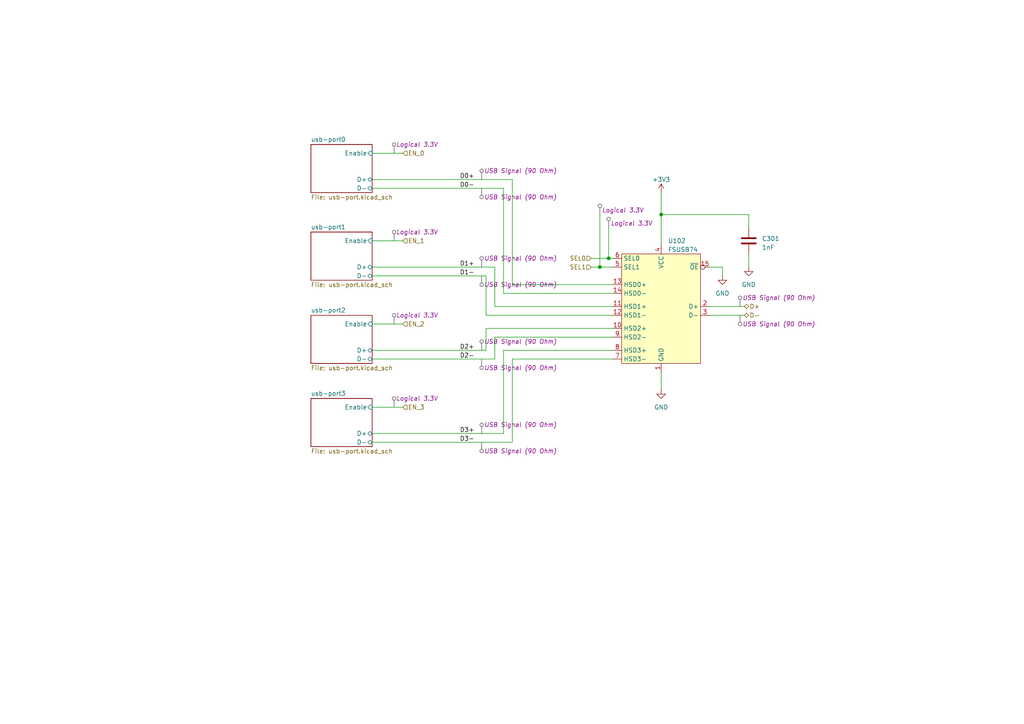
<source format=kicad_sch>
(kicad_sch (version 20230121) (generator eeschema)

  (uuid a08ddd54-726b-4f1b-88e5-e267ec5590f0)

  (paper "A4")

  (title_block
    (title "UF2 Batch Flasher")
    (date "2023-10-20")
    (rev "0.1")
    (company "nbp.name")
    (comment 2 "are dispatched to the leaves of the tree of USB devices.")
    (comment 3 "This is the third level, where select flags and data lines")
    (comment 4 "UF2 Batch Flasher is a USB hub for flashing USB devices")
  )

  (lib_symbols
    (symbol "Device:C" (pin_numbers hide) (pin_names (offset 0.254)) (in_bom yes) (on_board yes)
      (property "Reference" "C" (at 0.635 2.54 0)
        (effects (font (size 1.27 1.27)) (justify left))
      )
      (property "Value" "C" (at 0.635 -2.54 0)
        (effects (font (size 1.27 1.27)) (justify left))
      )
      (property "Footprint" "" (at 0.9652 -3.81 0)
        (effects (font (size 1.27 1.27)) hide)
      )
      (property "Datasheet" "~" (at 0 0 0)
        (effects (font (size 1.27 1.27)) hide)
      )
      (property "ki_keywords" "cap capacitor" (at 0 0 0)
        (effects (font (size 1.27 1.27)) hide)
      )
      (property "ki_description" "Unpolarized capacitor" (at 0 0 0)
        (effects (font (size 1.27 1.27)) hide)
      )
      (property "ki_fp_filters" "C_*" (at 0 0 0)
        (effects (font (size 1.27 1.27)) hide)
      )
      (symbol "C_0_1"
        (polyline
          (pts
            (xy -2.032 -0.762)
            (xy 2.032 -0.762)
          )
          (stroke (width 0.508) (type default))
          (fill (type none))
        )
        (polyline
          (pts
            (xy -2.032 0.762)
            (xy 2.032 0.762)
          )
          (stroke (width 0.508) (type default))
          (fill (type none))
        )
      )
      (symbol "C_1_1"
        (pin passive line (at 0 3.81 270) (length 2.794)
          (name "~" (effects (font (size 1.27 1.27))))
          (number "1" (effects (font (size 1.27 1.27))))
        )
        (pin passive line (at 0 -3.81 90) (length 2.794)
          (name "~" (effects (font (size 1.27 1.27))))
          (number "2" (effects (font (size 1.27 1.27))))
        )
      )
    )
    (symbol "onsemi-FairChild:FSUSB74" (in_bom yes) (on_board yes)
      (property "Reference" "U" (at 8.89 17.78 0)
        (effects (font (size 1.27 1.27)))
      )
      (property "Value" "FSUSB74" (at 7.62 -16.51 0)
        (effects (font (size 1.27 1.27)))
      )
      (property "Footprint" "QFN-UMLP:UQFN-16_2.1x2.9mm_P0.4mm" (at -3.81 7.62 0)
        (effects (font (size 1.27 1.27)) hide)
      )
      (property "Datasheet" "${KIPRJMOD}/datasheet/FSUSB74_D-2314427.pdf" (at 27.94 -20.32 0)
        (effects (font (size 1.27 1.27)) hide)
      )
      (property "Vendor" "https://www.mouser.fr/ProductDetail/onsemi-Fairchild/FSUSB74UMX?qs=1%252BQrTMB6OPVrNesV8V0QrA%3D%3D" (at 0 -27.94 0)
        (effects (font (size 1.27 1.27)) hide)
      )
      (property "ki_keywords" "USB Switch" (at 0 0 0)
        (effects (font (size 1.27 1.27)) hide)
      )
      (property "ki_description" "High-Speed USB Multiplexer / Switch" (at 0 0 0)
        (effects (font (size 1.27 1.27)) hide)
      )
      (symbol "FSUSB74_0_1"
        (rectangle (start -11.43 16.51) (end 11.43 -15.24)
          (stroke (width 0) (type default))
          (fill (type background))
        )
      )
      (symbol "FSUSB74_1_1"
        (pin power_in line (at 0 -17.78 90) (length 2.54)
          (name "GND" (effects (font (size 1.27 1.27))))
          (number "1" (effects (font (size 1.27 1.27))))
        )
        (pin bidirectional line (at -13.97 -5.08 0) (length 2.54)
          (name "HSD2+" (effects (font (size 1.27 1.27))))
          (number "10" (effects (font (size 1.27 1.27))))
        )
        (pin bidirectional line (at -13.97 1.27 0) (length 2.54)
          (name "HSD1+" (effects (font (size 1.27 1.27))))
          (number "11" (effects (font (size 1.27 1.27))))
        )
        (pin bidirectional line (at -13.97 -1.27 0) (length 2.54)
          (name "HSD1-" (effects (font (size 1.27 1.27))))
          (number "12" (effects (font (size 1.27 1.27))))
        )
        (pin bidirectional line (at -13.97 7.62 0) (length 2.54)
          (name "HSD0+" (effects (font (size 1.27 1.27))))
          (number "13" (effects (font (size 1.27 1.27))))
        )
        (pin bidirectional line (at -13.97 5.08 0) (length 2.54)
          (name "HSD0-" (effects (font (size 1.27 1.27))))
          (number "14" (effects (font (size 1.27 1.27))))
        )
        (pin input inverted (at 13.97 12.7 180) (length 2.54)
          (name "~{OE}" (effects (font (size 1.27 1.27))))
          (number "15" (effects (font (size 1.27 1.27))))
        )
        (pin no_connect non_logic (at 11.43 -11.43 180) (length 2.54) hide
          (name "NC" (effects (font (size 1.27 1.27))))
          (number "16" (effects (font (size 1.27 1.27))))
        )
        (pin bidirectional line (at 13.97 1.27 180) (length 2.54)
          (name "D+" (effects (font (size 1.27 1.27))))
          (number "2" (effects (font (size 1.27 1.27))))
        )
        (pin bidirectional line (at 13.97 -1.27 180) (length 2.54)
          (name "D-" (effects (font (size 1.27 1.27))))
          (number "3" (effects (font (size 1.27 1.27))))
        )
        (pin power_in line (at 0 19.05 270) (length 2.54)
          (name "VCC" (effects (font (size 1.27 1.27))))
          (number "4" (effects (font (size 1.27 1.27))))
        )
        (pin input line (at -13.97 12.7 0) (length 2.54)
          (name "SEL1" (effects (font (size 1.27 1.27))))
          (number "5" (effects (font (size 1.27 1.27))))
        )
        (pin input line (at -13.97 15.24 0) (length 2.54)
          (name "SEL0" (effects (font (size 1.27 1.27))))
          (number "6" (effects (font (size 1.27 1.27))))
        )
        (pin bidirectional line (at -13.97 -13.97 0) (length 2.54)
          (name "HSD3-" (effects (font (size 1.27 1.27))))
          (number "7" (effects (font (size 1.27 1.27))))
        )
        (pin bidirectional line (at -13.97 -11.43 0) (length 2.54)
          (name "HSD3+" (effects (font (size 1.27 1.27))))
          (number "8" (effects (font (size 1.27 1.27))))
        )
        (pin bidirectional line (at -13.97 -7.62 0) (length 2.54)
          (name "HSD2-" (effects (font (size 1.27 1.27))))
          (number "9" (effects (font (size 1.27 1.27))))
        )
      )
    )
    (symbol "power:+3V3" (power) (pin_names (offset 0)) (in_bom yes) (on_board yes)
      (property "Reference" "#PWR" (at 0 -3.81 0)
        (effects (font (size 1.27 1.27)) hide)
      )
      (property "Value" "+3V3" (at 0 3.556 0)
        (effects (font (size 1.27 1.27)))
      )
      (property "Footprint" "" (at 0 0 0)
        (effects (font (size 1.27 1.27)) hide)
      )
      (property "Datasheet" "" (at 0 0 0)
        (effects (font (size 1.27 1.27)) hide)
      )
      (property "ki_keywords" "global power" (at 0 0 0)
        (effects (font (size 1.27 1.27)) hide)
      )
      (property "ki_description" "Power symbol creates a global label with name \"+3V3\"" (at 0 0 0)
        (effects (font (size 1.27 1.27)) hide)
      )
      (symbol "+3V3_0_1"
        (polyline
          (pts
            (xy -0.762 1.27)
            (xy 0 2.54)
          )
          (stroke (width 0) (type default))
          (fill (type none))
        )
        (polyline
          (pts
            (xy 0 0)
            (xy 0 2.54)
          )
          (stroke (width 0) (type default))
          (fill (type none))
        )
        (polyline
          (pts
            (xy 0 2.54)
            (xy 0.762 1.27)
          )
          (stroke (width 0) (type default))
          (fill (type none))
        )
      )
      (symbol "+3V3_1_1"
        (pin power_in line (at 0 0 90) (length 0) hide
          (name "+3V3" (effects (font (size 1.27 1.27))))
          (number "1" (effects (font (size 1.27 1.27))))
        )
      )
    )
    (symbol "power:GND" (power) (pin_names (offset 0)) (in_bom yes) (on_board yes)
      (property "Reference" "#PWR" (at 0 -6.35 0)
        (effects (font (size 1.27 1.27)) hide)
      )
      (property "Value" "GND" (at 0 -3.81 0)
        (effects (font (size 1.27 1.27)))
      )
      (property "Footprint" "" (at 0 0 0)
        (effects (font (size 1.27 1.27)) hide)
      )
      (property "Datasheet" "" (at 0 0 0)
        (effects (font (size 1.27 1.27)) hide)
      )
      (property "ki_keywords" "global power" (at 0 0 0)
        (effects (font (size 1.27 1.27)) hide)
      )
      (property "ki_description" "Power symbol creates a global label with name \"GND\" , ground" (at 0 0 0)
        (effects (font (size 1.27 1.27)) hide)
      )
      (symbol "GND_0_1"
        (polyline
          (pts
            (xy 0 0)
            (xy 0 -1.27)
            (xy 1.27 -1.27)
            (xy 0 -2.54)
            (xy -1.27 -1.27)
            (xy 0 -1.27)
          )
          (stroke (width 0) (type default))
          (fill (type none))
        )
      )
      (symbol "GND_1_1"
        (pin power_in line (at 0 0 270) (length 0) hide
          (name "GND" (effects (font (size 1.27 1.27))))
          (number "1" (effects (font (size 1.27 1.27))))
        )
      )
    )
  )

  (junction (at 173.99 77.47) (diameter 0) (color 0 0 0 0)
    (uuid e1932f54-66be-4733-9eef-df57714f6e33)
  )
  (junction (at 191.77 62.23) (diameter 0) (color 0 0 0 0)
    (uuid ec5d8e48-3a1f-4d94-8cf7-3dca24ee67af)
  )
  (junction (at 176.53 74.93) (diameter 0) (color 0 0 0 0)
    (uuid f4fd7496-e234-4f78-9efd-6f35a55a5bf8)
  )

  (wire (pts (xy 176.53 66.04) (xy 176.53 74.93))
    (stroke (width 0) (type default))
    (uuid 009a9ca3-4490-40c4-9456-dd99407d4508)
  )
  (wire (pts (xy 107.95 93.98) (xy 116.84 93.98))
    (stroke (width 0) (type default))
    (uuid 059c796d-9c3a-4226-9e9e-6a93f105234d)
  )
  (wire (pts (xy 217.17 73.66) (xy 217.17 77.47))
    (stroke (width 0) (type default))
    (uuid 0a15e86d-424b-44e0-8e79-6019697bce41)
  )
  (wire (pts (xy 107.95 54.61) (xy 146.05 54.61))
    (stroke (width 0) (type default))
    (uuid 0d679937-25fe-45b3-9068-93002af8ee1a)
  )
  (wire (pts (xy 107.95 77.47) (xy 143.51 77.47))
    (stroke (width 0) (type default))
    (uuid 0e11cbc5-574d-441c-a71c-bae62034d492)
  )
  (wire (pts (xy 173.99 62.23) (xy 173.99 77.47))
    (stroke (width 0) (type default))
    (uuid 2bf65770-d4fe-41c1-bd6b-d23dff4ff531)
  )
  (wire (pts (xy 171.45 74.93) (xy 176.53 74.93))
    (stroke (width 0) (type default))
    (uuid 34905c3f-b5fa-4759-9a2a-d84cee171ef7)
  )
  (wire (pts (xy 171.45 77.47) (xy 173.99 77.47))
    (stroke (width 0) (type default))
    (uuid 40a2806e-f277-4e91-b942-32fc63490ca9)
  )
  (wire (pts (xy 148.59 82.55) (xy 177.8 82.55))
    (stroke (width 0) (type default))
    (uuid 428e450e-31d9-4403-a1ad-332f39761720)
  )
  (wire (pts (xy 107.95 44.45) (xy 116.84 44.45))
    (stroke (width 0) (type default))
    (uuid 44ccc1a5-c8bd-4b94-a047-ec5748751e11)
  )
  (wire (pts (xy 191.77 113.03) (xy 191.77 107.95))
    (stroke (width 0) (type default))
    (uuid 4a811eb7-aa80-40c2-bf5a-f3636a68b355)
  )
  (wire (pts (xy 107.95 125.73) (xy 146.05 125.73))
    (stroke (width 0) (type default))
    (uuid 503c18c1-7396-4f7d-afd7-1aa1d6358d6c)
  )
  (wire (pts (xy 107.95 104.14) (xy 143.51 104.14))
    (stroke (width 0) (type default))
    (uuid 51e98c92-0213-4704-8af8-6022087d705f)
  )
  (wire (pts (xy 177.8 91.44) (xy 140.97 91.44))
    (stroke (width 0) (type default))
    (uuid 5468b07d-fba0-4fd2-8650-0daf9f89122f)
  )
  (wire (pts (xy 107.95 128.27) (xy 148.59 128.27))
    (stroke (width 0) (type default))
    (uuid 5869c1b7-5b02-4523-aabc-043582c499ec)
  )
  (wire (pts (xy 205.74 88.9) (xy 215.9 88.9))
    (stroke (width 0) (type default))
    (uuid 5a04c6a5-8003-46bb-9d39-e3a66fa2a5c5)
  )
  (wire (pts (xy 143.51 97.79) (xy 177.8 97.79))
    (stroke (width 0) (type default))
    (uuid 5aa23f2b-115c-4515-8a25-43e0bcb70583)
  )
  (wire (pts (xy 140.97 91.44) (xy 140.97 80.01))
    (stroke (width 0) (type default))
    (uuid 5fa21fa8-86a3-470b-8a50-e56f5bbd0792)
  )
  (wire (pts (xy 146.05 125.73) (xy 146.05 101.6))
    (stroke (width 0) (type default))
    (uuid 608c456a-4652-4258-9059-71d42977ed59)
  )
  (wire (pts (xy 177.8 95.25) (xy 140.97 95.25))
    (stroke (width 0) (type default))
    (uuid 64331f1a-a655-45a2-afb7-dcd3856b1122)
  )
  (wire (pts (xy 176.53 74.93) (xy 177.8 74.93))
    (stroke (width 0) (type default))
    (uuid 6775a0e2-475b-4434-8d6a-8d2b5e6c4756)
  )
  (wire (pts (xy 107.95 52.07) (xy 148.59 52.07))
    (stroke (width 0) (type default))
    (uuid 6bb83270-3f3a-476f-a56d-f1a0d145e0d4)
  )
  (wire (pts (xy 146.05 85.09) (xy 177.8 85.09))
    (stroke (width 0) (type default))
    (uuid 6d3457b2-aee9-466d-b402-95782cb7b80e)
  )
  (wire (pts (xy 148.59 82.55) (xy 148.59 52.07))
    (stroke (width 0) (type default))
    (uuid 6fcbd359-c319-4304-9e8e-d332c3af64df)
  )
  (wire (pts (xy 143.51 88.9) (xy 177.8 88.9))
    (stroke (width 0) (type default))
    (uuid 7628e49d-304b-4aed-b0ec-0f04632c3730)
  )
  (wire (pts (xy 146.05 85.09) (xy 146.05 54.61))
    (stroke (width 0) (type default))
    (uuid 79b88839-935d-4cd2-b358-af31272c74db)
  )
  (wire (pts (xy 148.59 104.14) (xy 177.8 104.14))
    (stroke (width 0) (type default))
    (uuid 7c86efbd-18ab-48b8-b5b6-9a6be004d007)
  )
  (wire (pts (xy 209.55 80.01) (xy 209.55 77.47))
    (stroke (width 0) (type default))
    (uuid 8122cca9-0fe3-4c1f-a3fa-2f8484ee0c73)
  )
  (wire (pts (xy 140.97 95.25) (xy 140.97 101.6))
    (stroke (width 0) (type default))
    (uuid 8667bb71-bb4c-4db5-ab07-7f124daf1c0c)
  )
  (wire (pts (xy 173.99 77.47) (xy 177.8 77.47))
    (stroke (width 0) (type default))
    (uuid 8da0ec30-391b-4870-a634-8eb60e2a2b35)
  )
  (wire (pts (xy 146.05 101.6) (xy 177.8 101.6))
    (stroke (width 0) (type default))
    (uuid 90670103-16b4-43fe-aead-166ac56e13e2)
  )
  (wire (pts (xy 107.95 118.11) (xy 116.84 118.11))
    (stroke (width 0) (type default))
    (uuid 946ea7b4-ef08-406b-bcd9-b8ba45bfdb51)
  )
  (wire (pts (xy 209.55 77.47) (xy 205.74 77.47))
    (stroke (width 0) (type default))
    (uuid 964a637b-459b-4fc2-82fd-dc60d78404d4)
  )
  (wire (pts (xy 143.51 104.14) (xy 143.51 97.79))
    (stroke (width 0) (type default))
    (uuid a30d9161-a608-4507-8ef5-d8a22f3cd4ed)
  )
  (wire (pts (xy 143.51 77.47) (xy 143.51 88.9))
    (stroke (width 0) (type default))
    (uuid a5a493bf-5517-4a3e-9d5c-67c8e5a471ea)
  )
  (wire (pts (xy 148.59 128.27) (xy 148.59 104.14))
    (stroke (width 0) (type default))
    (uuid ae17cbbc-61f7-4dc4-865c-ebd81323078b)
  )
  (wire (pts (xy 191.77 62.23) (xy 217.17 62.23))
    (stroke (width 0) (type default))
    (uuid b07cfc54-d124-40a4-84b4-3b8e3e197faa)
  )
  (wire (pts (xy 140.97 101.6) (xy 107.95 101.6))
    (stroke (width 0) (type default))
    (uuid c34b1a09-c597-420f-a5df-c66b88a31f5b)
  )
  (wire (pts (xy 107.95 69.85) (xy 116.84 69.85))
    (stroke (width 0) (type default))
    (uuid c7c8e2b0-c6b9-418b-9e92-21183a2ac388)
  )
  (wire (pts (xy 205.74 91.44) (xy 215.9 91.44))
    (stroke (width 0) (type default))
    (uuid d782fa15-64ca-4306-85f4-6f0e3cabd342)
  )
  (wire (pts (xy 217.17 62.23) (xy 217.17 66.04))
    (stroke (width 0) (type default))
    (uuid e1d1c05c-71c2-4ca2-a908-aa78e7e78efa)
  )
  (wire (pts (xy 140.97 80.01) (xy 107.95 80.01))
    (stroke (width 0) (type default))
    (uuid ed46a494-6e06-484b-b6f1-29634ff4a9e8)
  )
  (wire (pts (xy 191.77 55.88) (xy 191.77 62.23))
    (stroke (width 0) (type default))
    (uuid f9212796-7ed2-4315-ad1e-0fecbb980c58)
  )
  (wire (pts (xy 191.77 62.23) (xy 191.77 71.12))
    (stroke (width 0) (type default))
    (uuid fb26b34a-bb04-447b-85ed-834632b1b9c7)
  )

  (label "D3-" (at 133.35 128.27 0) (fields_autoplaced)
    (effects (font (size 1.27 1.27)) (justify left bottom))
    (uuid 0aa0f1cb-88a5-4e89-b403-cdbaf8c2f028)
  )
  (label "D0-" (at 133.35 54.61 0) (fields_autoplaced)
    (effects (font (size 1.27 1.27)) (justify left bottom))
    (uuid 23bb7688-7cf8-4afd-8e8a-44cc13adf190)
  )
  (label "D1+" (at 133.35 77.47 0) (fields_autoplaced)
    (effects (font (size 1.27 1.27)) (justify left bottom))
    (uuid 32fc053a-8356-40ea-97ee-5edee50dcfe5)
  )
  (label "D1-" (at 133.35 80.01 0) (fields_autoplaced)
    (effects (font (size 1.27 1.27)) (justify left bottom))
    (uuid 3c331e0a-362f-46ec-b018-c619f0479fce)
  )
  (label "D2+" (at 133.35 101.6 0) (fields_autoplaced)
    (effects (font (size 1.27 1.27)) (justify left bottom))
    (uuid 44edb08e-d82f-46df-aa93-be8400f11320)
  )
  (label "D3+" (at 133.35 125.73 0) (fields_autoplaced)
    (effects (font (size 1.27 1.27)) (justify left bottom))
    (uuid 55ea5add-1061-4ce1-9e26-c46d02d39400)
  )
  (label "D2-" (at 133.35 104.14 0) (fields_autoplaced)
    (effects (font (size 1.27 1.27)) (justify left bottom))
    (uuid 672ffab2-a771-4c35-a7a7-b2639344f943)
  )
  (label "D0+" (at 133.35 52.07 0) (fields_autoplaced)
    (effects (font (size 1.27 1.27)) (justify left bottom))
    (uuid b8273f46-3436-46c9-98a6-66d9ac012e11)
  )

  (hierarchical_label "EN_0" (shape input) (at 116.84 44.45 0) (fields_autoplaced)
    (effects (font (size 1.27 1.27)) (justify left))
    (uuid 08466b0b-b02c-478e-92c5-61ca697c903d)
  )
  (hierarchical_label "D-" (shape bidirectional) (at 215.9 91.44 0) (fields_autoplaced)
    (effects (font (size 1.27 1.27)) (justify left))
    (uuid 08bb943c-d6ba-4cd2-9cf2-5ac690c07005)
  )
  (hierarchical_label "SEL0" (shape input) (at 171.45 74.93 180) (fields_autoplaced)
    (effects (font (size 1.27 1.27)) (justify right))
    (uuid 0a8112d1-5847-49a8-8788-488b6a3d86c8)
  )
  (hierarchical_label "SEL1" (shape input) (at 171.45 77.47 180) (fields_autoplaced)
    (effects (font (size 1.27 1.27)) (justify right))
    (uuid 4ae36514-f373-4293-bd17-f31b3e878fe3)
  )
  (hierarchical_label "D+" (shape bidirectional) (at 215.9 88.9 0) (fields_autoplaced)
    (effects (font (size 1.27 1.27)) (justify left))
    (uuid 5af263c8-fb6a-45ab-9217-1bb263dd8deb)
  )
  (hierarchical_label "EN_2" (shape input) (at 116.84 93.98 0) (fields_autoplaced)
    (effects (font (size 1.27 1.27)) (justify left))
    (uuid 6d95e7b9-11c9-4bfd-8111-32922d54c555)
  )
  (hierarchical_label "EN_3" (shape input) (at 116.84 118.11 0) (fields_autoplaced)
    (effects (font (size 1.27 1.27)) (justify left))
    (uuid ccdc3f3f-9f8a-470c-9e20-030d76bbb96f)
  )
  (hierarchical_label "EN_1" (shape input) (at 116.84 69.85 0) (fields_autoplaced)
    (effects (font (size 1.27 1.27)) (justify left))
    (uuid d939fdf8-0e03-4725-b9fc-3156741e85fe)
  )

  (netclass_flag "" (length 2.54) (shape round) (at 114.3 93.98 0)
    (effects (font (size 1.27 1.27)) (justify left bottom))
    (uuid 1e137460-21b2-4259-958b-23419bbba6d1)
    (property "Netclass" "Logical 3.3V" (at 127 91.44 0)
      (effects (font (size 1.27 1.27) italic) (justify right))
    )
  )
  (netclass_flag "" (length 2.54) (shape round) (at 139.7 52.07 0) (fields_autoplaced)
    (effects (font (size 1.27 1.27)) (justify left bottom))
    (uuid 238b87d4-1cad-4605-8675-fef4e2ad13e1)
    (property "Netclass" "USB Signal (90 Ohm)" (at 140.3985 49.53 0)
      (effects (font (size 1.27 1.27) italic) (justify left))
    )
  )
  (netclass_flag "" (length 2.54) (shape round) (at 139.7 54.61 180) (fields_autoplaced)
    (effects (font (size 1.27 1.27)) (justify right bottom))
    (uuid 2954b935-7a06-4864-8380-9ad8a2791885)
    (property "Netclass" "USB Signal (90 Ohm)" (at 140.3985 57.15 0)
      (effects (font (size 1.27 1.27) italic) (justify left))
    )
  )
  (netclass_flag "" (length 2.54) (shape round) (at 139.7 125.73 0) (fields_autoplaced)
    (effects (font (size 1.27 1.27)) (justify left bottom))
    (uuid 3345843c-f02b-4551-a2c5-3f44744be9f7)
    (property "Netclass" "USB Signal (90 Ohm)" (at 140.3985 123.19 0)
      (effects (font (size 1.27 1.27) italic) (justify left))
    )
  )
  (netclass_flag "" (length 2.54) (shape round) (at 214.63 91.44 180) (fields_autoplaced)
    (effects (font (size 1.27 1.27)) (justify right bottom))
    (uuid 4430cf9c-2f48-4781-a9b7-d4a7beb95467)
    (property "Netclass" "USB Signal (90 Ohm)" (at 215.3285 93.98 0)
      (effects (font (size 1.27 1.27) italic) (justify left))
    )
  )
  (netclass_flag "" (length 2.54) (shape round) (at 139.7 104.14 180) (fields_autoplaced)
    (effects (font (size 1.27 1.27)) (justify right bottom))
    (uuid 4b92d3b5-0db8-4394-89bc-b9135e9c7a55)
    (property "Netclass" "USB Signal (90 Ohm)" (at 140.3985 106.68 0)
      (effects (font (size 1.27 1.27) italic) (justify left))
    )
  )
  (netclass_flag "" (length 2.54) (shape round) (at 114.3 44.45 0)
    (effects (font (size 1.27 1.27)) (justify left bottom))
    (uuid 68686489-658a-49eb-a4b4-e30e3efcb49e)
    (property "Netclass" "Logical 3.3V" (at 127 41.91 0)
      (effects (font (size 1.27 1.27) italic) (justify right))
    )
  )
  (netclass_flag "" (length 2.54) (shape round) (at 139.7 101.6 0) (fields_autoplaced)
    (effects (font (size 1.27 1.27)) (justify left bottom))
    (uuid 8ef177fd-6e49-41a5-905e-996252d2681c)
    (property "Netclass" "USB Signal (90 Ohm)" (at 140.3985 99.06 0)
      (effects (font (size 1.27 1.27) italic) (justify left))
    )
  )
  (netclass_flag "" (length 2.54) (shape round) (at 114.3 69.85 0)
    (effects (font (size 1.27 1.27)) (justify left bottom))
    (uuid a0213318-f8cf-4b6d-b071-cc8790be06a5)
    (property "Netclass" "Logical 3.3V" (at 127 67.31 0)
      (effects (font (size 1.27 1.27) italic) (justify right))
    )
  )
  (netclass_flag "" (length 2.54) (shape round) (at 176.53 66.04 0)
    (effects (font (size 1.27 1.27)) (justify left bottom))
    (uuid b16a5574-6d36-430f-9ab5-007132288924)
    (property "Netclass" "Logical 3.3V" (at 189.23 64.77 0)
      (effects (font (size 1.27 1.27) italic) (justify right))
    )
  )
  (netclass_flag "" (length 2.54) (shape round) (at 139.7 128.27 180) (fields_autoplaced)
    (effects (font (size 1.27 1.27)) (justify right bottom))
    (uuid c3f2921f-91a5-46aa-bbec-f8ad6f06717e)
    (property "Netclass" "USB Signal (90 Ohm)" (at 140.3985 130.81 0)
      (effects (font (size 1.27 1.27) italic) (justify left))
    )
  )
  (netclass_flag "" (length 2.54) (shape round) (at 114.3 118.11 0)
    (effects (font (size 1.27 1.27)) (justify left bottom))
    (uuid cdd49e4c-a446-4960-9192-379efce39374)
    (property "Netclass" "Logical 3.3V" (at 127 115.57 0)
      (effects (font (size 1.27 1.27) italic) (justify right))
    )
  )
  (netclass_flag "" (length 2.54) (shape round) (at 173.99 62.23 0)
    (effects (font (size 1.27 1.27)) (justify left bottom))
    (uuid d58e1d44-1ce1-41b2-9b95-0abd460f7c28)
    (property "Netclass" "Logical 3.3V" (at 186.69 60.96 0)
      (effects (font (size 1.27 1.27) italic) (justify right))
    )
  )
  (netclass_flag "" (length 2.54) (shape round) (at 139.7 80.01 180) (fields_autoplaced)
    (effects (font (size 1.27 1.27)) (justify right bottom))
    (uuid d5a0ff34-7291-418c-9c28-02c56ce71d71)
    (property "Netclass" "USB Signal (90 Ohm)" (at 140.3985 82.55 0)
      (effects (font (size 1.27 1.27) italic) (justify left))
    )
  )
  (netclass_flag "" (length 2.54) (shape round) (at 139.7 77.47 0) (fields_autoplaced)
    (effects (font (size 1.27 1.27)) (justify left bottom))
    (uuid d8d24488-635e-45c1-9ce6-977ded321718)
    (property "Netclass" "USB Signal (90 Ohm)" (at 140.3985 74.93 0)
      (effects (font (size 1.27 1.27) italic) (justify left))
    )
  )
  (netclass_flag "" (length 2.54) (shape round) (at 214.63 88.9 0) (fields_autoplaced)
    (effects (font (size 1.27 1.27)) (justify left bottom))
    (uuid da297ab1-ede4-4742-b9f6-3c6cf504800c)
    (property "Netclass" "USB Signal (90 Ohm)" (at 215.3285 86.36 0)
      (effects (font (size 1.27 1.27) italic) (justify left))
    )
  )

  (symbol (lib_id "power:+3V3") (at 191.77 55.88 0) (unit 1)
    (in_bom yes) (on_board yes) (dnp no) (fields_autoplaced)
    (uuid 3b69f5d8-39b2-44d8-8dcb-214f98cc1753)
    (property "Reference" "#PWR0305" (at 191.77 59.69 0)
      (effects (font (size 1.27 1.27)) hide)
    )
    (property "Value" "+3V3" (at 191.77 52.07 0)
      (effects (font (size 1.27 1.27)))
    )
    (property "Footprint" "" (at 191.77 55.88 0)
      (effects (font (size 1.27 1.27)) hide)
    )
    (property "Datasheet" "" (at 191.77 55.88 0)
      (effects (font (size 1.27 1.27)) hide)
    )
    (pin "1" (uuid 96462fca-fc8f-40b5-b9f6-67de1ea2017a))
    (instances
      (project "uf2-batch-flasher"
        (path "/8aa26ead-3e89-48f3-b4b5-5a311dfbb8c5/c4cb794a-6317-45b2-a262-1b8cad9f54a0/5ecbf729-defa-47e5-b865-7b745b33825c"
          (reference "#PWR0305") (unit 1)
        )
        (path "/8aa26ead-3e89-48f3-b4b5-5a311dfbb8c5/c4cb794a-6317-45b2-a262-1b8cad9f54a0/bf1adcf5-e679-4dd7-88af-1bbc51bcd483"
          (reference "#PWR0805") (unit 1)
        )
        (path "/8aa26ead-3e89-48f3-b4b5-5a311dfbb8c5/c4cb794a-6317-45b2-a262-1b8cad9f54a0/99f5ca87-38aa-4a84-9bb8-3eaed6efc6e5"
          (reference "#PWR01305") (unit 1)
        )
        (path "/8aa26ead-3e89-48f3-b4b5-5a311dfbb8c5/c4cb794a-6317-45b2-a262-1b8cad9f54a0/3822772d-159a-4179-b4bd-c2ba93eb2e0f"
          (reference "#PWR01805") (unit 1)
        )
        (path "/8aa26ead-3e89-48f3-b4b5-5a311dfbb8c5/93dad511-0f1d-492d-a889-249a68475ae0/3822772d-159a-4179-b4bd-c2ba93eb2e0f"
          (reference "#PWR02705") (unit 1)
        )
        (path "/8aa26ead-3e89-48f3-b4b5-5a311dfbb8c5/93dad511-0f1d-492d-a889-249a68475ae0/99f5ca87-38aa-4a84-9bb8-3eaed6efc6e5"
          (reference "#PWR03505") (unit 1)
        )
        (path "/8aa26ead-3e89-48f3-b4b5-5a311dfbb8c5/93dad511-0f1d-492d-a889-249a68475ae0/5ecbf729-defa-47e5-b865-7b745b33825c"
          (reference "#PWR03105") (unit 1)
        )
        (path "/8aa26ead-3e89-48f3-b4b5-5a311dfbb8c5/93dad511-0f1d-492d-a889-249a68475ae0/bf1adcf5-e679-4dd7-88af-1bbc51bcd483"
          (reference "#PWR04005") (unit 1)
        )
        (path "/8aa26ead-3e89-48f3-b4b5-5a311dfbb8c5/6b61684f-8a6b-4381-ad1c-8ebadb224463/3822772d-159a-4179-b4bd-c2ba93eb2e0f"
          (reference "#PWR05005") (unit 1)
        )
        (path "/8aa26ead-3e89-48f3-b4b5-5a311dfbb8c5/6b61684f-8a6b-4381-ad1c-8ebadb224463/99f5ca87-38aa-4a84-9bb8-3eaed6efc6e5"
          (reference "#PWR05205") (unit 1)
        )
        (path "/8aa26ead-3e89-48f3-b4b5-5a311dfbb8c5/6b61684f-8a6b-4381-ad1c-8ebadb224463/5ecbf729-defa-47e5-b865-7b745b33825c"
          (reference "#PWR04805") (unit 1)
        )
        (path "/8aa26ead-3e89-48f3-b4b5-5a311dfbb8c5/6b61684f-8a6b-4381-ad1c-8ebadb224463/bf1adcf5-e679-4dd7-88af-1bbc51bcd483"
          (reference "#PWR05905") (unit 1)
        )
        (path "/8aa26ead-3e89-48f3-b4b5-5a311dfbb8c5/f401e2fd-f893-47bd-b60f-7212107bc81c/3822772d-159a-4179-b4bd-c2ba93eb2e0f"
          (reference "#PWR07805") (unit 1)
        )
        (path "/8aa26ead-3e89-48f3-b4b5-5a311dfbb8c5/f401e2fd-f893-47bd-b60f-7212107bc81c/99f5ca87-38aa-4a84-9bb8-3eaed6efc6e5"
          (reference "#PWR08105") (unit 1)
        )
        (path "/8aa26ead-3e89-48f3-b4b5-5a311dfbb8c5/f401e2fd-f893-47bd-b60f-7212107bc81c/5ecbf729-defa-47e5-b865-7b745b33825c"
          (reference "#PWR08505") (unit 1)
        )
        (path "/8aa26ead-3e89-48f3-b4b5-5a311dfbb8c5/f401e2fd-f893-47bd-b60f-7212107bc81c/bf1adcf5-e679-4dd7-88af-1bbc51bcd483"
          (reference "#PWR07105") (unit 1)
        )
      )
    )
  )

  (symbol (lib_id "Device:C") (at 217.17 69.85 0) (unit 1)
    (in_bom yes) (on_board yes) (dnp no) (fields_autoplaced)
    (uuid 3f10680a-db70-4947-993d-13ab5554d16d)
    (property "Reference" "C301" (at 220.98 69.215 0)
      (effects (font (size 1.27 1.27)) (justify left))
    )
    (property "Value" "1nF" (at 220.98 71.755 0)
      (effects (font (size 1.27 1.27)) (justify left))
    )
    (property "Footprint" "Capacitor_SMD:C_0603_1608Metric" (at 218.1352 73.66 0)
      (effects (font (size 1.27 1.27)) hide)
    )
    (property "Datasheet" "https://www.mouser.fr/datasheet/2/585/MLCC-1837944.pdf" (at 217.17 69.85 0)
      (effects (font (size 1.27 1.27)) hide)
    )
    (property "In Stock" "Yes" (at 217.17 69.85 0)
      (effects (font (size 1.27 1.27)) hide)
    )
    (property "Vendor" "https://www.mouser.fr/ProductDetail/Samsung-Electro-Mechanics/CL10C102JB8NNNC?qs=349EhDEZ59q5Anpq%2FC%2Fv%2FQ%3D%3D&countryCode=DE&currencyCode=EUR" (at 217.17 69.85 0)
      (effects (font (size 1.27 1.27)) hide)
    )
    (pin "1" (uuid 7f3af20c-5f72-4b99-bae3-cff3458fb651))
    (pin "2" (uuid c41fa402-de6e-4367-8d2c-73e2a8980f53))
    (instances
      (project "uf2-batch-flasher"
        (path "/8aa26ead-3e89-48f3-b4b5-5a311dfbb8c5/c4cb794a-6317-45b2-a262-1b8cad9f54a0/5ecbf729-defa-47e5-b865-7b745b33825c"
          (reference "C301") (unit 1)
        )
        (path "/8aa26ead-3e89-48f3-b4b5-5a311dfbb8c5/c4cb794a-6317-45b2-a262-1b8cad9f54a0/bf1adcf5-e679-4dd7-88af-1bbc51bcd483"
          (reference "C801") (unit 1)
        )
        (path "/8aa26ead-3e89-48f3-b4b5-5a311dfbb8c5/c4cb794a-6317-45b2-a262-1b8cad9f54a0/99f5ca87-38aa-4a84-9bb8-3eaed6efc6e5"
          (reference "C1301") (unit 1)
        )
        (path "/8aa26ead-3e89-48f3-b4b5-5a311dfbb8c5/c4cb794a-6317-45b2-a262-1b8cad9f54a0/3822772d-159a-4179-b4bd-c2ba93eb2e0f"
          (reference "C1801") (unit 1)
        )
        (path "/8aa26ead-3e89-48f3-b4b5-5a311dfbb8c5/93dad511-0f1d-492d-a889-249a68475ae0/3822772d-159a-4179-b4bd-c2ba93eb2e0f"
          (reference "C2701") (unit 1)
        )
        (path "/8aa26ead-3e89-48f3-b4b5-5a311dfbb8c5/93dad511-0f1d-492d-a889-249a68475ae0/5ecbf729-defa-47e5-b865-7b745b33825c"
          (reference "C3101") (unit 1)
        )
        (path "/8aa26ead-3e89-48f3-b4b5-5a311dfbb8c5/93dad511-0f1d-492d-a889-249a68475ae0/99f5ca87-38aa-4a84-9bb8-3eaed6efc6e5"
          (reference "C3501") (unit 1)
        )
        (path "/8aa26ead-3e89-48f3-b4b5-5a311dfbb8c5/93dad511-0f1d-492d-a889-249a68475ae0/bf1adcf5-e679-4dd7-88af-1bbc51bcd483"
          (reference "C4001") (unit 1)
        )
        (path "/8aa26ead-3e89-48f3-b4b5-5a311dfbb8c5/6b61684f-8a6b-4381-ad1c-8ebadb224463/5ecbf729-defa-47e5-b865-7b745b33825c"
          (reference "C4801") (unit 1)
        )
        (path "/8aa26ead-3e89-48f3-b4b5-5a311dfbb8c5/6b61684f-8a6b-4381-ad1c-8ebadb224463/3822772d-159a-4179-b4bd-c2ba93eb2e0f"
          (reference "C5001") (unit 1)
        )
        (path "/8aa26ead-3e89-48f3-b4b5-5a311dfbb8c5/6b61684f-8a6b-4381-ad1c-8ebadb224463/99f5ca87-38aa-4a84-9bb8-3eaed6efc6e5"
          (reference "C5201") (unit 1)
        )
        (path "/8aa26ead-3e89-48f3-b4b5-5a311dfbb8c5/6b61684f-8a6b-4381-ad1c-8ebadb224463/bf1adcf5-e679-4dd7-88af-1bbc51bcd483"
          (reference "C5901") (unit 1)
        )
        (path "/8aa26ead-3e89-48f3-b4b5-5a311dfbb8c5/f401e2fd-f893-47bd-b60f-7212107bc81c/bf1adcf5-e679-4dd7-88af-1bbc51bcd483"
          (reference "C7101") (unit 1)
        )
        (path "/8aa26ead-3e89-48f3-b4b5-5a311dfbb8c5/f401e2fd-f893-47bd-b60f-7212107bc81c/3822772d-159a-4179-b4bd-c2ba93eb2e0f"
          (reference "C7801") (unit 1)
        )
        (path "/8aa26ead-3e89-48f3-b4b5-5a311dfbb8c5/f401e2fd-f893-47bd-b60f-7212107bc81c/99f5ca87-38aa-4a84-9bb8-3eaed6efc6e5"
          (reference "C8101") (unit 1)
        )
        (path "/8aa26ead-3e89-48f3-b4b5-5a311dfbb8c5/f401e2fd-f893-47bd-b60f-7212107bc81c/5ecbf729-defa-47e5-b865-7b745b33825c"
          (reference "C8501") (unit 1)
        )
      )
    )
  )

  (symbol (lib_id "power:GND") (at 209.55 80.01 0) (unit 1)
    (in_bom yes) (on_board yes) (dnp no) (fields_autoplaced)
    (uuid 4a5df126-53b6-47ef-837d-9a9be527728c)
    (property "Reference" "#PWR0111" (at 209.55 86.36 0)
      (effects (font (size 1.27 1.27)) hide)
    )
    (property "Value" "GND" (at 209.55 85.09 0)
      (effects (font (size 1.27 1.27)))
    )
    (property "Footprint" "" (at 209.55 80.01 0)
      (effects (font (size 1.27 1.27)) hide)
    )
    (property "Datasheet" "" (at 209.55 80.01 0)
      (effects (font (size 1.27 1.27)) hide)
    )
    (pin "1" (uuid 62491ba6-1964-4522-97f2-fd7cbdacc14a))
    (instances
      (project "uf2-batch-flasher"
        (path "/8aa26ead-3e89-48f3-b4b5-5a311dfbb8c5"
          (reference "#PWR0111") (unit 1)
        )
        (path "/8aa26ead-3e89-48f3-b4b5-5a311dfbb8c5/c4cb794a-6317-45b2-a262-1b8cad9f54a0/5ecbf729-defa-47e5-b865-7b745b33825c"
          (reference "#PWR0303") (unit 1)
        )
        (path "/8aa26ead-3e89-48f3-b4b5-5a311dfbb8c5/c4cb794a-6317-45b2-a262-1b8cad9f54a0/bf1adcf5-e679-4dd7-88af-1bbc51bcd483"
          (reference "#PWR0803") (unit 1)
        )
        (path "/8aa26ead-3e89-48f3-b4b5-5a311dfbb8c5/c4cb794a-6317-45b2-a262-1b8cad9f54a0/99f5ca87-38aa-4a84-9bb8-3eaed6efc6e5"
          (reference "#PWR01303") (unit 1)
        )
        (path "/8aa26ead-3e89-48f3-b4b5-5a311dfbb8c5/c4cb794a-6317-45b2-a262-1b8cad9f54a0/3822772d-159a-4179-b4bd-c2ba93eb2e0f"
          (reference "#PWR01803") (unit 1)
        )
        (path "/8aa26ead-3e89-48f3-b4b5-5a311dfbb8c5/93dad511-0f1d-492d-a889-249a68475ae0/3822772d-159a-4179-b4bd-c2ba93eb2e0f"
          (reference "#PWR02703") (unit 1)
        )
        (path "/8aa26ead-3e89-48f3-b4b5-5a311dfbb8c5/93dad511-0f1d-492d-a889-249a68475ae0/5ecbf729-defa-47e5-b865-7b745b33825c"
          (reference "#PWR03103") (unit 1)
        )
        (path "/8aa26ead-3e89-48f3-b4b5-5a311dfbb8c5/93dad511-0f1d-492d-a889-249a68475ae0/99f5ca87-38aa-4a84-9bb8-3eaed6efc6e5"
          (reference "#PWR03503") (unit 1)
        )
        (path "/8aa26ead-3e89-48f3-b4b5-5a311dfbb8c5/93dad511-0f1d-492d-a889-249a68475ae0/bf1adcf5-e679-4dd7-88af-1bbc51bcd483"
          (reference "#PWR04003") (unit 1)
        )
        (path "/8aa26ead-3e89-48f3-b4b5-5a311dfbb8c5/6b61684f-8a6b-4381-ad1c-8ebadb224463/5ecbf729-defa-47e5-b865-7b745b33825c"
          (reference "#PWR04803") (unit 1)
        )
        (path "/8aa26ead-3e89-48f3-b4b5-5a311dfbb8c5/6b61684f-8a6b-4381-ad1c-8ebadb224463/3822772d-159a-4179-b4bd-c2ba93eb2e0f"
          (reference "#PWR05003") (unit 1)
        )
        (path "/8aa26ead-3e89-48f3-b4b5-5a311dfbb8c5/6b61684f-8a6b-4381-ad1c-8ebadb224463/99f5ca87-38aa-4a84-9bb8-3eaed6efc6e5"
          (reference "#PWR05203") (unit 1)
        )
        (path "/8aa26ead-3e89-48f3-b4b5-5a311dfbb8c5/6b61684f-8a6b-4381-ad1c-8ebadb224463/bf1adcf5-e679-4dd7-88af-1bbc51bcd483"
          (reference "#PWR05903") (unit 1)
        )
        (path "/8aa26ead-3e89-48f3-b4b5-5a311dfbb8c5/f401e2fd-f893-47bd-b60f-7212107bc81c/bf1adcf5-e679-4dd7-88af-1bbc51bcd483"
          (reference "#PWR07103") (unit 1)
        )
        (path "/8aa26ead-3e89-48f3-b4b5-5a311dfbb8c5/f401e2fd-f893-47bd-b60f-7212107bc81c/3822772d-159a-4179-b4bd-c2ba93eb2e0f"
          (reference "#PWR07803") (unit 1)
        )
        (path "/8aa26ead-3e89-48f3-b4b5-5a311dfbb8c5/f401e2fd-f893-47bd-b60f-7212107bc81c/99f5ca87-38aa-4a84-9bb8-3eaed6efc6e5"
          (reference "#PWR08103") (unit 1)
        )
        (path "/8aa26ead-3e89-48f3-b4b5-5a311dfbb8c5/f401e2fd-f893-47bd-b60f-7212107bc81c/5ecbf729-defa-47e5-b865-7b745b33825c"
          (reference "#PWR08503") (unit 1)
        )
      )
    )
  )

  (symbol (lib_id "onsemi-FairChild:FSUSB74") (at 191.77 90.17 0) (unit 1)
    (in_bom yes) (on_board yes) (dnp no) (fields_autoplaced)
    (uuid 88d78b18-496a-4fbf-8289-a0aa88013e32)
    (property "Reference" "U102" (at 193.7259 69.85 0)
      (effects (font (size 1.27 1.27)) (justify left))
    )
    (property "Value" "FSUSB74" (at 193.7259 72.39 0)
      (effects (font (size 1.27 1.27)) (justify left))
    )
    (property "Footprint" "Project:UQFN-16_2.1x2.9mm_P0.4mm" (at 187.96 82.55 0)
      (effects (font (size 1.27 1.27)) hide)
    )
    (property "Datasheet" "${KIPRJMOD}/datasheet/FSUSB74_D-2314427.pdf" (at 219.71 110.49 0)
      (effects (font (size 1.27 1.27)) hide)
    )
    (property "Vendor" "https://www.mouser.fr/ProductDetail/onsemi-Fairchild/FSUSB74UMX?qs=1%252BQrTMB6OPVrNesV8V0QrA%3D%3D" (at 191.77 90.17 0)
      (effects (font (size 1.27 1.27)) hide)
    )
    (pin "1" (uuid 5421173d-97e2-42fe-bcc1-cc743f6e4a86))
    (pin "10" (uuid 99b284fa-8b4b-4915-8f0a-25bb4032710d))
    (pin "11" (uuid 50083776-89ca-4abe-bbb4-7cb78315f7c3))
    (pin "12" (uuid 7e977588-39fa-4031-8665-129d350713f4))
    (pin "13" (uuid 689056e7-e574-498c-965f-0b608a1a8d59))
    (pin "14" (uuid 39fb436c-66eb-4eb2-b603-7669d4c13188))
    (pin "15" (uuid cd6497e3-db5a-4122-9b9a-15558bfa0585))
    (pin "16" (uuid 5ff9ba0c-4457-4a59-85f3-3c8879aae1e6))
    (pin "2" (uuid 53fa7aba-4f3e-4a14-8e8f-d1c609d437f2))
    (pin "3" (uuid 7265845b-7945-4ae4-9dc1-e5187a31e599))
    (pin "4" (uuid dbc9eda2-8a96-4d93-bc18-d224c1b3661f))
    (pin "5" (uuid c9d70b94-7802-477a-b3fb-802f78bf2014))
    (pin "6" (uuid c8059480-82ef-4d43-90d2-e98988e30602))
    (pin "7" (uuid 260c4e7d-d56f-41d7-aba6-9f0fb52b16d5))
    (pin "8" (uuid 015d9231-c9cd-416f-a2a4-ec1cf68640ff))
    (pin "9" (uuid 49228a57-6d2c-49cd-b9cb-bb19be42c131))
    (instances
      (project "uf2-batch-flasher"
        (path "/8aa26ead-3e89-48f3-b4b5-5a311dfbb8c5"
          (reference "U102") (unit 1)
        )
        (path "/8aa26ead-3e89-48f3-b4b5-5a311dfbb8c5/c4cb794a-6317-45b2-a262-1b8cad9f54a0"
          (reference "U201") (unit 1)
        )
        (path "/8aa26ead-3e89-48f3-b4b5-5a311dfbb8c5/c4cb794a-6317-45b2-a262-1b8cad9f54a0/5ecbf729-defa-47e5-b865-7b745b33825c"
          (reference "U301") (unit 1)
        )
        (path "/8aa26ead-3e89-48f3-b4b5-5a311dfbb8c5/c4cb794a-6317-45b2-a262-1b8cad9f54a0/bf1adcf5-e679-4dd7-88af-1bbc51bcd483"
          (reference "U801") (unit 1)
        )
        (path "/8aa26ead-3e89-48f3-b4b5-5a311dfbb8c5/c4cb794a-6317-45b2-a262-1b8cad9f54a0/99f5ca87-38aa-4a84-9bb8-3eaed6efc6e5"
          (reference "U1301") (unit 1)
        )
        (path "/8aa26ead-3e89-48f3-b4b5-5a311dfbb8c5/c4cb794a-6317-45b2-a262-1b8cad9f54a0/3822772d-159a-4179-b4bd-c2ba93eb2e0f"
          (reference "U1801") (unit 1)
        )
        (path "/8aa26ead-3e89-48f3-b4b5-5a311dfbb8c5/93dad511-0f1d-492d-a889-249a68475ae0/3822772d-159a-4179-b4bd-c2ba93eb2e0f"
          (reference "U2701") (unit 1)
        )
        (path "/8aa26ead-3e89-48f3-b4b5-5a311dfbb8c5/93dad511-0f1d-492d-a889-249a68475ae0/99f5ca87-38aa-4a84-9bb8-3eaed6efc6e5"
          (reference "U3501") (unit 1)
        )
        (path "/8aa26ead-3e89-48f3-b4b5-5a311dfbb8c5/93dad511-0f1d-492d-a889-249a68475ae0/5ecbf729-defa-47e5-b865-7b745b33825c"
          (reference "U3101") (unit 1)
        )
        (path "/8aa26ead-3e89-48f3-b4b5-5a311dfbb8c5/93dad511-0f1d-492d-a889-249a68475ae0/bf1adcf5-e679-4dd7-88af-1bbc51bcd483"
          (reference "U4001") (unit 1)
        )
        (path "/8aa26ead-3e89-48f3-b4b5-5a311dfbb8c5/6b61684f-8a6b-4381-ad1c-8ebadb224463/3822772d-159a-4179-b4bd-c2ba93eb2e0f"
          (reference "U5001") (unit 1)
        )
        (path "/8aa26ead-3e89-48f3-b4b5-5a311dfbb8c5/6b61684f-8a6b-4381-ad1c-8ebadb224463/99f5ca87-38aa-4a84-9bb8-3eaed6efc6e5"
          (reference "U5201") (unit 1)
        )
        (path "/8aa26ead-3e89-48f3-b4b5-5a311dfbb8c5/6b61684f-8a6b-4381-ad1c-8ebadb224463/5ecbf729-defa-47e5-b865-7b745b33825c"
          (reference "U4801") (unit 1)
        )
        (path "/8aa26ead-3e89-48f3-b4b5-5a311dfbb8c5/6b61684f-8a6b-4381-ad1c-8ebadb224463/bf1adcf5-e679-4dd7-88af-1bbc51bcd483"
          (reference "U5901") (unit 1)
        )
        (path "/8aa26ead-3e89-48f3-b4b5-5a311dfbb8c5/f401e2fd-f893-47bd-b60f-7212107bc81c/3822772d-159a-4179-b4bd-c2ba93eb2e0f"
          (reference "U7801") (unit 1)
        )
        (path "/8aa26ead-3e89-48f3-b4b5-5a311dfbb8c5/f401e2fd-f893-47bd-b60f-7212107bc81c/99f5ca87-38aa-4a84-9bb8-3eaed6efc6e5"
          (reference "U8101") (unit 1)
        )
        (path "/8aa26ead-3e89-48f3-b4b5-5a311dfbb8c5/f401e2fd-f893-47bd-b60f-7212107bc81c/5ecbf729-defa-47e5-b865-7b745b33825c"
          (reference "U8501") (unit 1)
        )
        (path "/8aa26ead-3e89-48f3-b4b5-5a311dfbb8c5/f401e2fd-f893-47bd-b60f-7212107bc81c/bf1adcf5-e679-4dd7-88af-1bbc51bcd483"
          (reference "U7101") (unit 1)
        )
      )
    )
  )

  (symbol (lib_id "power:GND") (at 217.17 77.47 0) (unit 1)
    (in_bom yes) (on_board yes) (dnp no) (fields_autoplaced)
    (uuid 96516a61-de43-49cc-b064-ee7dde3742f6)
    (property "Reference" "#PWR0111" (at 217.17 83.82 0)
      (effects (font (size 1.27 1.27)) hide)
    )
    (property "Value" "GND" (at 217.17 82.55 0)
      (effects (font (size 1.27 1.27)))
    )
    (property "Footprint" "" (at 217.17 77.47 0)
      (effects (font (size 1.27 1.27)) hide)
    )
    (property "Datasheet" "" (at 217.17 77.47 0)
      (effects (font (size 1.27 1.27)) hide)
    )
    (pin "1" (uuid b7706bc0-6dd1-4f15-a3e6-b77794c7be64))
    (instances
      (project "uf2-batch-flasher"
        (path "/8aa26ead-3e89-48f3-b4b5-5a311dfbb8c5"
          (reference "#PWR0111") (unit 1)
        )
        (path "/8aa26ead-3e89-48f3-b4b5-5a311dfbb8c5/c4cb794a-6317-45b2-a262-1b8cad9f54a0/5ecbf729-defa-47e5-b865-7b745b33825c"
          (reference "#PWR0304") (unit 1)
        )
        (path "/8aa26ead-3e89-48f3-b4b5-5a311dfbb8c5/c4cb794a-6317-45b2-a262-1b8cad9f54a0/bf1adcf5-e679-4dd7-88af-1bbc51bcd483"
          (reference "#PWR0804") (unit 1)
        )
        (path "/8aa26ead-3e89-48f3-b4b5-5a311dfbb8c5/c4cb794a-6317-45b2-a262-1b8cad9f54a0/99f5ca87-38aa-4a84-9bb8-3eaed6efc6e5"
          (reference "#PWR01304") (unit 1)
        )
        (path "/8aa26ead-3e89-48f3-b4b5-5a311dfbb8c5/c4cb794a-6317-45b2-a262-1b8cad9f54a0/3822772d-159a-4179-b4bd-c2ba93eb2e0f"
          (reference "#PWR01804") (unit 1)
        )
        (path "/8aa26ead-3e89-48f3-b4b5-5a311dfbb8c5/93dad511-0f1d-492d-a889-249a68475ae0/3822772d-159a-4179-b4bd-c2ba93eb2e0f"
          (reference "#PWR02704") (unit 1)
        )
        (path "/8aa26ead-3e89-48f3-b4b5-5a311dfbb8c5/93dad511-0f1d-492d-a889-249a68475ae0/5ecbf729-defa-47e5-b865-7b745b33825c"
          (reference "#PWR03104") (unit 1)
        )
        (path "/8aa26ead-3e89-48f3-b4b5-5a311dfbb8c5/93dad511-0f1d-492d-a889-249a68475ae0/99f5ca87-38aa-4a84-9bb8-3eaed6efc6e5"
          (reference "#PWR03504") (unit 1)
        )
        (path "/8aa26ead-3e89-48f3-b4b5-5a311dfbb8c5/93dad511-0f1d-492d-a889-249a68475ae0/bf1adcf5-e679-4dd7-88af-1bbc51bcd483"
          (reference "#PWR04004") (unit 1)
        )
        (path "/8aa26ead-3e89-48f3-b4b5-5a311dfbb8c5/6b61684f-8a6b-4381-ad1c-8ebadb224463/5ecbf729-defa-47e5-b865-7b745b33825c"
          (reference "#PWR04804") (unit 1)
        )
        (path "/8aa26ead-3e89-48f3-b4b5-5a311dfbb8c5/6b61684f-8a6b-4381-ad1c-8ebadb224463/3822772d-159a-4179-b4bd-c2ba93eb2e0f"
          (reference "#PWR05004") (unit 1)
        )
        (path "/8aa26ead-3e89-48f3-b4b5-5a311dfbb8c5/6b61684f-8a6b-4381-ad1c-8ebadb224463/99f5ca87-38aa-4a84-9bb8-3eaed6efc6e5"
          (reference "#PWR05204") (unit 1)
        )
        (path "/8aa26ead-3e89-48f3-b4b5-5a311dfbb8c5/6b61684f-8a6b-4381-ad1c-8ebadb224463/bf1adcf5-e679-4dd7-88af-1bbc51bcd483"
          (reference "#PWR05904") (unit 1)
        )
        (path "/8aa26ead-3e89-48f3-b4b5-5a311dfbb8c5/f401e2fd-f893-47bd-b60f-7212107bc81c/bf1adcf5-e679-4dd7-88af-1bbc51bcd483"
          (reference "#PWR07104") (unit 1)
        )
        (path "/8aa26ead-3e89-48f3-b4b5-5a311dfbb8c5/f401e2fd-f893-47bd-b60f-7212107bc81c/3822772d-159a-4179-b4bd-c2ba93eb2e0f"
          (reference "#PWR07804") (unit 1)
        )
        (path "/8aa26ead-3e89-48f3-b4b5-5a311dfbb8c5/f401e2fd-f893-47bd-b60f-7212107bc81c/99f5ca87-38aa-4a84-9bb8-3eaed6efc6e5"
          (reference "#PWR08104") (unit 1)
        )
        (path "/8aa26ead-3e89-48f3-b4b5-5a311dfbb8c5/f401e2fd-f893-47bd-b60f-7212107bc81c/5ecbf729-defa-47e5-b865-7b745b33825c"
          (reference "#PWR08504") (unit 1)
        )
      )
    )
  )

  (symbol (lib_id "power:GND") (at 191.77 113.03 0) (unit 1)
    (in_bom yes) (on_board yes) (dnp no) (fields_autoplaced)
    (uuid e250869f-e394-4785-be4c-cff372c9acf0)
    (property "Reference" "#PWR0101" (at 191.77 119.38 0)
      (effects (font (size 1.27 1.27)) hide)
    )
    (property "Value" "GND" (at 191.77 118.11 0)
      (effects (font (size 1.27 1.27)))
    )
    (property "Footprint" "" (at 191.77 113.03 0)
      (effects (font (size 1.27 1.27)) hide)
    )
    (property "Datasheet" "" (at 191.77 113.03 0)
      (effects (font (size 1.27 1.27)) hide)
    )
    (pin "1" (uuid 54e961f9-f7e1-4a83-bd66-27b44784b37b))
    (instances
      (project "uf2-batch-flasher"
        (path "/8aa26ead-3e89-48f3-b4b5-5a311dfbb8c5"
          (reference "#PWR0101") (unit 1)
        )
        (path "/8aa26ead-3e89-48f3-b4b5-5a311dfbb8c5/c4cb794a-6317-45b2-a262-1b8cad9f54a0"
          (reference "#PWR0201") (unit 1)
        )
        (path "/8aa26ead-3e89-48f3-b4b5-5a311dfbb8c5/c4cb794a-6317-45b2-a262-1b8cad9f54a0/5ecbf729-defa-47e5-b865-7b745b33825c"
          (reference "#PWR0301") (unit 1)
        )
        (path "/8aa26ead-3e89-48f3-b4b5-5a311dfbb8c5/c4cb794a-6317-45b2-a262-1b8cad9f54a0/bf1adcf5-e679-4dd7-88af-1bbc51bcd483"
          (reference "#PWR0802") (unit 1)
        )
        (path "/8aa26ead-3e89-48f3-b4b5-5a311dfbb8c5/c4cb794a-6317-45b2-a262-1b8cad9f54a0/99f5ca87-38aa-4a84-9bb8-3eaed6efc6e5"
          (reference "#PWR01302") (unit 1)
        )
        (path "/8aa26ead-3e89-48f3-b4b5-5a311dfbb8c5/c4cb794a-6317-45b2-a262-1b8cad9f54a0/3822772d-159a-4179-b4bd-c2ba93eb2e0f"
          (reference "#PWR01802") (unit 1)
        )
        (path "/8aa26ead-3e89-48f3-b4b5-5a311dfbb8c5/93dad511-0f1d-492d-a889-249a68475ae0/3822772d-159a-4179-b4bd-c2ba93eb2e0f"
          (reference "#PWR02702") (unit 1)
        )
        (path "/8aa26ead-3e89-48f3-b4b5-5a311dfbb8c5/93dad511-0f1d-492d-a889-249a68475ae0/99f5ca87-38aa-4a84-9bb8-3eaed6efc6e5"
          (reference "#PWR03502") (unit 1)
        )
        (path "/8aa26ead-3e89-48f3-b4b5-5a311dfbb8c5/93dad511-0f1d-492d-a889-249a68475ae0/5ecbf729-defa-47e5-b865-7b745b33825c"
          (reference "#PWR03102") (unit 1)
        )
        (path "/8aa26ead-3e89-48f3-b4b5-5a311dfbb8c5/93dad511-0f1d-492d-a889-249a68475ae0/bf1adcf5-e679-4dd7-88af-1bbc51bcd483"
          (reference "#PWR04002") (unit 1)
        )
        (path "/8aa26ead-3e89-48f3-b4b5-5a311dfbb8c5/6b61684f-8a6b-4381-ad1c-8ebadb224463/3822772d-159a-4179-b4bd-c2ba93eb2e0f"
          (reference "#PWR05002") (unit 1)
        )
        (path "/8aa26ead-3e89-48f3-b4b5-5a311dfbb8c5/6b61684f-8a6b-4381-ad1c-8ebadb224463/99f5ca87-38aa-4a84-9bb8-3eaed6efc6e5"
          (reference "#PWR05202") (unit 1)
        )
        (path "/8aa26ead-3e89-48f3-b4b5-5a311dfbb8c5/6b61684f-8a6b-4381-ad1c-8ebadb224463/5ecbf729-defa-47e5-b865-7b745b33825c"
          (reference "#PWR04802") (unit 1)
        )
        (path "/8aa26ead-3e89-48f3-b4b5-5a311dfbb8c5/6b61684f-8a6b-4381-ad1c-8ebadb224463/bf1adcf5-e679-4dd7-88af-1bbc51bcd483"
          (reference "#PWR05902") (unit 1)
        )
        (path "/8aa26ead-3e89-48f3-b4b5-5a311dfbb8c5/f401e2fd-f893-47bd-b60f-7212107bc81c/3822772d-159a-4179-b4bd-c2ba93eb2e0f"
          (reference "#PWR07802") (unit 1)
        )
        (path "/8aa26ead-3e89-48f3-b4b5-5a311dfbb8c5/f401e2fd-f893-47bd-b60f-7212107bc81c/99f5ca87-38aa-4a84-9bb8-3eaed6efc6e5"
          (reference "#PWR08102") (unit 1)
        )
        (path "/8aa26ead-3e89-48f3-b4b5-5a311dfbb8c5/f401e2fd-f893-47bd-b60f-7212107bc81c/5ecbf729-defa-47e5-b865-7b745b33825c"
          (reference "#PWR08502") (unit 1)
        )
        (path "/8aa26ead-3e89-48f3-b4b5-5a311dfbb8c5/f401e2fd-f893-47bd-b60f-7212107bc81c/bf1adcf5-e679-4dd7-88af-1bbc51bcd483"
          (reference "#PWR07102") (unit 1)
        )
      )
    )
  )

  (sheet (at 90.17 41.91) (size 17.78 13.97) (fields_autoplaced)
    (stroke (width 0.1524) (type solid))
    (fill (color 0 0 0 0.0000))
    (uuid 1a1594d9-3984-4b1c-9c56-1c0c5963ee95)
    (property "Sheetname" "usb-port0" (at 90.17 41.1984 0)
      (effects (font (size 1.27 1.27)) (justify left bottom))
    )
    (property "Sheetfile" "usb-port.kicad_sch" (at 90.17 56.4646 0)
      (effects (font (size 1.27 1.27)) (justify left top))
    )
    (pin "Enable" input (at 107.95 44.45 0)
      (effects (font (size 1.27 1.27)) (justify right))
      (uuid 29a897ce-7beb-4450-9ef2-66857c74b275)
    )
    (pin "D-" bidirectional (at 107.95 54.61 0)
      (effects (font (size 1.27 1.27)) (justify right))
      (uuid c33fb89c-2181-4cb6-873b-761088487a54)
    )
    (pin "D+" bidirectional (at 107.95 52.07 0)
      (effects (font (size 1.27 1.27)) (justify right))
      (uuid cd3d9eb8-f198-4885-8f06-f7014daa48aa)
    )
    (instances
      (project "uf2-batch-flasher"
        (path "/8aa26ead-3e89-48f3-b4b5-5a311dfbb8c5/c4cb794a-6317-45b2-a262-1b8cad9f54a0/5ecbf729-defa-47e5-b865-7b745b33825c" (page "4"))
        (path "/8aa26ead-3e89-48f3-b4b5-5a311dfbb8c5/c4cb794a-6317-45b2-a262-1b8cad9f54a0/bf1adcf5-e679-4dd7-88af-1bbc51bcd483" (page "10"))
        (path "/8aa26ead-3e89-48f3-b4b5-5a311dfbb8c5/c4cb794a-6317-45b2-a262-1b8cad9f54a0/99f5ca87-38aa-4a84-9bb8-3eaed6efc6e5" (page "16"))
        (path "/8aa26ead-3e89-48f3-b4b5-5a311dfbb8c5/c4cb794a-6317-45b2-a262-1b8cad9f54a0/3822772d-159a-4179-b4bd-c2ba93eb2e0f" (page "22"))
        (path "/8aa26ead-3e89-48f3-b4b5-5a311dfbb8c5/93dad511-0f1d-492d-a889-249a68475ae0/bf1adcf5-e679-4dd7-88af-1bbc51bcd483" (page "24"))
        (path "/8aa26ead-3e89-48f3-b4b5-5a311dfbb8c5/93dad511-0f1d-492d-a889-249a68475ae0/99f5ca87-38aa-4a84-9bb8-3eaed6efc6e5" (page "29"))
        (path "/8aa26ead-3e89-48f3-b4b5-5a311dfbb8c5/93dad511-0f1d-492d-a889-249a68475ae0/5ecbf729-defa-47e5-b865-7b745b33825c" (page "36"))
        (path "/8aa26ead-3e89-48f3-b4b5-5a311dfbb8c5/93dad511-0f1d-492d-a889-249a68475ae0/3822772d-159a-4179-b4bd-c2ba93eb2e0f" (page "43"))
        (path "/8aa26ead-3e89-48f3-b4b5-5a311dfbb8c5/6b61684f-8a6b-4381-ad1c-8ebadb224463/5ecbf729-defa-47e5-b865-7b745b33825c" (page "49"))
        (path "/8aa26ead-3e89-48f3-b4b5-5a311dfbb8c5/6b61684f-8a6b-4381-ad1c-8ebadb224463/bf1adcf5-e679-4dd7-88af-1bbc51bcd483" (page "51"))
        (path "/8aa26ead-3e89-48f3-b4b5-5a311dfbb8c5/6b61684f-8a6b-4381-ad1c-8ebadb224463/99f5ca87-38aa-4a84-9bb8-3eaed6efc6e5" (page "54"))
        (path "/8aa26ead-3e89-48f3-b4b5-5a311dfbb8c5/6b61684f-8a6b-4381-ad1c-8ebadb224463/3822772d-159a-4179-b4bd-c2ba93eb2e0f" (page "57"))
        (path "/8aa26ead-3e89-48f3-b4b5-5a311dfbb8c5/f401e2fd-f893-47bd-b60f-7212107bc81c/bf1adcf5-e679-4dd7-88af-1bbc51bcd483" (page "66"))
        (path "/8aa26ead-3e89-48f3-b4b5-5a311dfbb8c5/f401e2fd-f893-47bd-b60f-7212107bc81c/3822772d-159a-4179-b4bd-c2ba93eb2e0f" (page "72"))
        (path "/8aa26ead-3e89-48f3-b4b5-5a311dfbb8c5/f401e2fd-f893-47bd-b60f-7212107bc81c/99f5ca87-38aa-4a84-9bb8-3eaed6efc6e5" (page "75"))
        (path "/8aa26ead-3e89-48f3-b4b5-5a311dfbb8c5/f401e2fd-f893-47bd-b60f-7212107bc81c/5ecbf729-defa-47e5-b865-7b745b33825c" (page "84"))
      )
    )
  )

  (sheet (at 90.17 91.44) (size 17.78 13.97) (fields_autoplaced)
    (stroke (width 0.1524) (type solid))
    (fill (color 0 0 0 0.0000))
    (uuid 2c986b0a-b758-46c7-b96e-3ab3179443a7)
    (property "Sheetname" "usb-port2" (at 90.17 90.7284 0)
      (effects (font (size 1.27 1.27)) (justify left bottom))
    )
    (property "Sheetfile" "usb-port.kicad_sch" (at 90.17 105.9946 0)
      (effects (font (size 1.27 1.27)) (justify left top))
    )
    (pin "Enable" input (at 107.95 93.98 0)
      (effects (font (size 1.27 1.27)) (justify right))
      (uuid a6d836cd-8acc-400f-9790-37558ee520a4)
    )
    (pin "D-" bidirectional (at 107.95 104.14 0)
      (effects (font (size 1.27 1.27)) (justify right))
      (uuid 2c7d4bd0-b885-4f2b-ab31-1413abdf36c2)
    )
    (pin "D+" bidirectional (at 107.95 101.6 0)
      (effects (font (size 1.27 1.27)) (justify right))
      (uuid ce85bb76-a258-4441-b937-b1ebb1e93af7)
    )
    (instances
      (project "uf2-batch-flasher"
        (path "/8aa26ead-3e89-48f3-b4b5-5a311dfbb8c5/c4cb794a-6317-45b2-a262-1b8cad9f54a0/5ecbf729-defa-47e5-b865-7b745b33825c" (page "6"))
        (path "/8aa26ead-3e89-48f3-b4b5-5a311dfbb8c5/c4cb794a-6317-45b2-a262-1b8cad9f54a0/bf1adcf5-e679-4dd7-88af-1bbc51bcd483" (page "11"))
        (path "/8aa26ead-3e89-48f3-b4b5-5a311dfbb8c5/c4cb794a-6317-45b2-a262-1b8cad9f54a0/99f5ca87-38aa-4a84-9bb8-3eaed6efc6e5" (page "14"))
        (path "/8aa26ead-3e89-48f3-b4b5-5a311dfbb8c5/c4cb794a-6317-45b2-a262-1b8cad9f54a0/3822772d-159a-4179-b4bd-c2ba93eb2e0f" (page "20"))
        (path "/8aa26ead-3e89-48f3-b4b5-5a311dfbb8c5/93dad511-0f1d-492d-a889-249a68475ae0/3822772d-159a-4179-b4bd-c2ba93eb2e0f" (page "25"))
        (path "/8aa26ead-3e89-48f3-b4b5-5a311dfbb8c5/93dad511-0f1d-492d-a889-249a68475ae0/bf1adcf5-e679-4dd7-88af-1bbc51bcd483" (page "30"))
        (path "/8aa26ead-3e89-48f3-b4b5-5a311dfbb8c5/93dad511-0f1d-492d-a889-249a68475ae0/99f5ca87-38aa-4a84-9bb8-3eaed6efc6e5" (page "32"))
        (path "/8aa26ead-3e89-48f3-b4b5-5a311dfbb8c5/93dad511-0f1d-492d-a889-249a68475ae0/5ecbf729-defa-47e5-b865-7b745b33825c" (page "39"))
        (path "/8aa26ead-3e89-48f3-b4b5-5a311dfbb8c5/6b61684f-8a6b-4381-ad1c-8ebadb224463/99f5ca87-38aa-4a84-9bb8-3eaed6efc6e5" (page "45"))
        (path "/8aa26ead-3e89-48f3-b4b5-5a311dfbb8c5/6b61684f-8a6b-4381-ad1c-8ebadb224463/bf1adcf5-e679-4dd7-88af-1bbc51bcd483" (page "56"))
        (path "/8aa26ead-3e89-48f3-b4b5-5a311dfbb8c5/6b61684f-8a6b-4381-ad1c-8ebadb224463/3822772d-159a-4179-b4bd-c2ba93eb2e0f" (page "58"))
        (path "/8aa26ead-3e89-48f3-b4b5-5a311dfbb8c5/6b61684f-8a6b-4381-ad1c-8ebadb224463/5ecbf729-defa-47e5-b865-7b745b33825c" (page "60"))
        (path "/8aa26ead-3e89-48f3-b4b5-5a311dfbb8c5/f401e2fd-f893-47bd-b60f-7212107bc81c/99f5ca87-38aa-4a84-9bb8-3eaed6efc6e5" (page "68"))
        (path "/8aa26ead-3e89-48f3-b4b5-5a311dfbb8c5/f401e2fd-f893-47bd-b60f-7212107bc81c/5ecbf729-defa-47e5-b865-7b745b33825c" (page "70"))
        (path "/8aa26ead-3e89-48f3-b4b5-5a311dfbb8c5/f401e2fd-f893-47bd-b60f-7212107bc81c/3822772d-159a-4179-b4bd-c2ba93eb2e0f" (page "76"))
        (path "/8aa26ead-3e89-48f3-b4b5-5a311dfbb8c5/f401e2fd-f893-47bd-b60f-7212107bc81c/bf1adcf5-e679-4dd7-88af-1bbc51bcd483" (page "79"))
      )
    )
  )

  (sheet (at 90.17 67.31) (size 17.78 13.97) (fields_autoplaced)
    (stroke (width 0.1524) (type solid))
    (fill (color 0 0 0 0.0000))
    (uuid a1e0726d-c9c0-4900-a595-6b37558cddb1)
    (property "Sheetname" "usb-port1" (at 90.17 66.5984 0)
      (effects (font (size 1.27 1.27)) (justify left bottom))
    )
    (property "Sheetfile" "usb-port.kicad_sch" (at 90.17 81.8646 0)
      (effects (font (size 1.27 1.27)) (justify left top))
    )
    (pin "Enable" input (at 107.95 69.85 0)
      (effects (font (size 1.27 1.27)) (justify right))
      (uuid 0aec4a39-909f-4d17-bb02-8b67314534b0)
    )
    (pin "D-" bidirectional (at 107.95 80.01 0)
      (effects (font (size 1.27 1.27)) (justify right))
      (uuid 1199df5e-4d0a-4bfc-8abc-f9eae50e95c5)
    )
    (pin "D+" bidirectional (at 107.95 77.47 0)
      (effects (font (size 1.27 1.27)) (justify right))
      (uuid df685b85-41ef-4e16-ab41-31436e157b38)
    )
    (instances
      (project "uf2-batch-flasher"
        (path "/8aa26ead-3e89-48f3-b4b5-5a311dfbb8c5/c4cb794a-6317-45b2-a262-1b8cad9f54a0/5ecbf729-defa-47e5-b865-7b745b33825c" (page "5"))
        (path "/8aa26ead-3e89-48f3-b4b5-5a311dfbb8c5/c4cb794a-6317-45b2-a262-1b8cad9f54a0/bf1adcf5-e679-4dd7-88af-1bbc51bcd483" (page "9"))
        (path "/8aa26ead-3e89-48f3-b4b5-5a311dfbb8c5/c4cb794a-6317-45b2-a262-1b8cad9f54a0/99f5ca87-38aa-4a84-9bb8-3eaed6efc6e5" (page "17"))
        (path "/8aa26ead-3e89-48f3-b4b5-5a311dfbb8c5/c4cb794a-6317-45b2-a262-1b8cad9f54a0/3822772d-159a-4179-b4bd-c2ba93eb2e0f" (page "21"))
        (path "/8aa26ead-3e89-48f3-b4b5-5a311dfbb8c5/93dad511-0f1d-492d-a889-249a68475ae0/3822772d-159a-4179-b4bd-c2ba93eb2e0f" (page "26"))
        (path "/8aa26ead-3e89-48f3-b4b5-5a311dfbb8c5/93dad511-0f1d-492d-a889-249a68475ae0/99f5ca87-38aa-4a84-9bb8-3eaed6efc6e5" (page "33"))
        (path "/8aa26ead-3e89-48f3-b4b5-5a311dfbb8c5/93dad511-0f1d-492d-a889-249a68475ae0/5ecbf729-defa-47e5-b865-7b745b33825c" (page "34"))
        (path "/8aa26ead-3e89-48f3-b4b5-5a311dfbb8c5/93dad511-0f1d-492d-a889-249a68475ae0/bf1adcf5-e679-4dd7-88af-1bbc51bcd483" (page "38"))
        (path "/8aa26ead-3e89-48f3-b4b5-5a311dfbb8c5/6b61684f-8a6b-4381-ad1c-8ebadb224463/99f5ca87-38aa-4a84-9bb8-3eaed6efc6e5" (page "46"))
        (path "/8aa26ead-3e89-48f3-b4b5-5a311dfbb8c5/6b61684f-8a6b-4381-ad1c-8ebadb224463/3822772d-159a-4179-b4bd-c2ba93eb2e0f" (page "47"))
        (path "/8aa26ead-3e89-48f3-b4b5-5a311dfbb8c5/6b61684f-8a6b-4381-ad1c-8ebadb224463/bf1adcf5-e679-4dd7-88af-1bbc51bcd483" (page "55"))
        (path "/8aa26ead-3e89-48f3-b4b5-5a311dfbb8c5/6b61684f-8a6b-4381-ad1c-8ebadb224463/5ecbf729-defa-47e5-b865-7b745b33825c" (page "63"))
        (path "/8aa26ead-3e89-48f3-b4b5-5a311dfbb8c5/f401e2fd-f893-47bd-b60f-7212107bc81c/bf1adcf5-e679-4dd7-88af-1bbc51bcd483" (page "67"))
        (path "/8aa26ead-3e89-48f3-b4b5-5a311dfbb8c5/f401e2fd-f893-47bd-b60f-7212107bc81c/5ecbf729-defa-47e5-b865-7b745b33825c" (page "69"))
        (path "/8aa26ead-3e89-48f3-b4b5-5a311dfbb8c5/f401e2fd-f893-47bd-b60f-7212107bc81c/3822772d-159a-4179-b4bd-c2ba93eb2e0f" (page "77"))
        (path "/8aa26ead-3e89-48f3-b4b5-5a311dfbb8c5/f401e2fd-f893-47bd-b60f-7212107bc81c/99f5ca87-38aa-4a84-9bb8-3eaed6efc6e5" (page "82"))
      )
    )
  )

  (sheet (at 90.17 115.57) (size 17.78 13.97) (fields_autoplaced)
    (stroke (width 0.1524) (type solid))
    (fill (color 0 0 0 0.0000))
    (uuid bc07d2c8-2f37-47fe-81af-ebf9265de8b4)
    (property "Sheetname" "usb-port3" (at 90.17 114.8584 0)
      (effects (font (size 1.27 1.27)) (justify left bottom))
    )
    (property "Sheetfile" "usb-port.kicad_sch" (at 90.17 130.1246 0)
      (effects (font (size 1.27 1.27)) (justify left top))
    )
    (pin "Enable" input (at 107.95 118.11 0)
      (effects (font (size 1.27 1.27)) (justify right))
      (uuid 1fe8ec6d-a778-43c8-811a-82b236e55126)
    )
    (pin "D-" bidirectional (at 107.95 128.27 0)
      (effects (font (size 1.27 1.27)) (justify right))
      (uuid 67d208bc-1ff9-4fea-8073-b44939e7581b)
    )
    (pin "D+" bidirectional (at 107.95 125.73 0)
      (effects (font (size 1.27 1.27)) (justify right))
      (uuid e77bc2cb-664c-43d2-ba96-6d3cf30a3766)
    )
    (instances
      (project "uf2-batch-flasher"
        (path "/8aa26ead-3e89-48f3-b4b5-5a311dfbb8c5/c4cb794a-6317-45b2-a262-1b8cad9f54a0/5ecbf729-defa-47e5-b865-7b745b33825c" (page "7"))
        (path "/8aa26ead-3e89-48f3-b4b5-5a311dfbb8c5/c4cb794a-6317-45b2-a262-1b8cad9f54a0/bf1adcf5-e679-4dd7-88af-1bbc51bcd483" (page "12"))
        (path "/8aa26ead-3e89-48f3-b4b5-5a311dfbb8c5/c4cb794a-6317-45b2-a262-1b8cad9f54a0/99f5ca87-38aa-4a84-9bb8-3eaed6efc6e5" (page "15"))
        (path "/8aa26ead-3e89-48f3-b4b5-5a311dfbb8c5/c4cb794a-6317-45b2-a262-1b8cad9f54a0/3822772d-159a-4179-b4bd-c2ba93eb2e0f" (page "19"))
        (path "/8aa26ead-3e89-48f3-b4b5-5a311dfbb8c5/93dad511-0f1d-492d-a889-249a68475ae0/99f5ca87-38aa-4a84-9bb8-3eaed6efc6e5" (page "28"))
        (path "/8aa26ead-3e89-48f3-b4b5-5a311dfbb8c5/93dad511-0f1d-492d-a889-249a68475ae0/bf1adcf5-e679-4dd7-88af-1bbc51bcd483" (page "37"))
        (path "/8aa26ead-3e89-48f3-b4b5-5a311dfbb8c5/93dad511-0f1d-492d-a889-249a68475ae0/5ecbf729-defa-47e5-b865-7b745b33825c" (page "41"))
        (path "/8aa26ead-3e89-48f3-b4b5-5a311dfbb8c5/93dad511-0f1d-492d-a889-249a68475ae0/3822772d-159a-4179-b4bd-c2ba93eb2e0f" (page "42"))
        (path "/8aa26ead-3e89-48f3-b4b5-5a311dfbb8c5/6b61684f-8a6b-4381-ad1c-8ebadb224463/99f5ca87-38aa-4a84-9bb8-3eaed6efc6e5" (page "53"))
        (path "/8aa26ead-3e89-48f3-b4b5-5a311dfbb8c5/6b61684f-8a6b-4381-ad1c-8ebadb224463/5ecbf729-defa-47e5-b865-7b745b33825c" (page "61"))
        (path "/8aa26ead-3e89-48f3-b4b5-5a311dfbb8c5/6b61684f-8a6b-4381-ad1c-8ebadb224463/3822772d-159a-4179-b4bd-c2ba93eb2e0f" (page "62"))
        (path "/8aa26ead-3e89-48f3-b4b5-5a311dfbb8c5/6b61684f-8a6b-4381-ad1c-8ebadb224463/bf1adcf5-e679-4dd7-88af-1bbc51bcd483" (page "64"))
        (path "/8aa26ead-3e89-48f3-b4b5-5a311dfbb8c5/f401e2fd-f893-47bd-b60f-7212107bc81c/99f5ca87-38aa-4a84-9bb8-3eaed6efc6e5" (page "73"))
        (path "/8aa26ead-3e89-48f3-b4b5-5a311dfbb8c5/f401e2fd-f893-47bd-b60f-7212107bc81c/bf1adcf5-e679-4dd7-88af-1bbc51bcd483" (page "74"))
        (path "/8aa26ead-3e89-48f3-b4b5-5a311dfbb8c5/f401e2fd-f893-47bd-b60f-7212107bc81c/5ecbf729-defa-47e5-b865-7b745b33825c" (page "80"))
        (path "/8aa26ead-3e89-48f3-b4b5-5a311dfbb8c5/f401e2fd-f893-47bd-b60f-7212107bc81c/3822772d-159a-4179-b4bd-c2ba93eb2e0f" (page "83"))
      )
    )
  )
)

</source>
